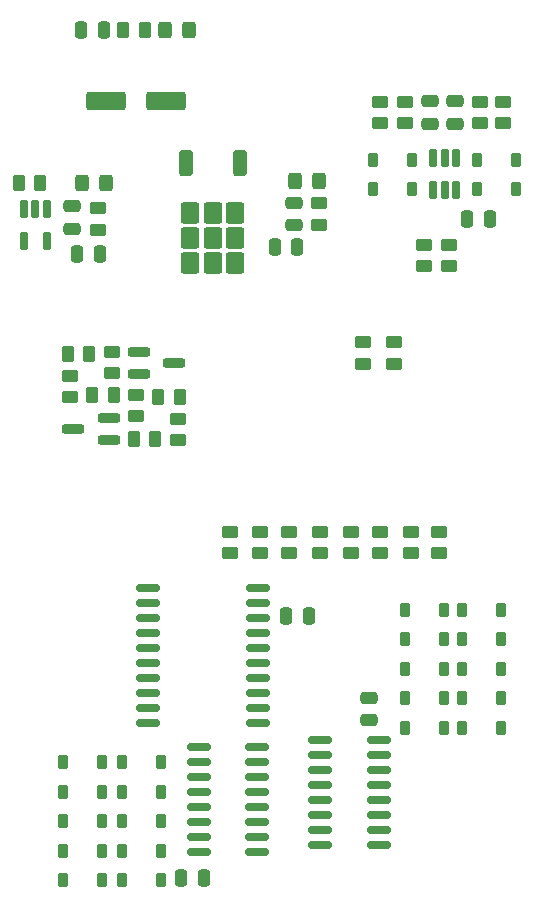
<source format=gbr>
%TF.GenerationSoftware,KiCad,Pcbnew,9.0.5*%
%TF.CreationDate,2025-11-03T04:05:24-05:00*%
%TF.ProjectId,FinishControllerBoard_v1,46696e69-7368-4436-9f6e-74726f6c6c65,rev?*%
%TF.SameCoordinates,Original*%
%TF.FileFunction,Paste,Top*%
%TF.FilePolarity,Positive*%
%FSLAX46Y46*%
G04 Gerber Fmt 4.6, Leading zero omitted, Abs format (unit mm)*
G04 Created by KiCad (PCBNEW 9.0.5) date 2025-11-03 04:05:24*
%MOMM*%
%LPD*%
G01*
G04 APERTURE LIST*
G04 Aperture macros list*
%AMRoundRect*
0 Rectangle with rounded corners*
0 $1 Rounding radius*
0 $2 $3 $4 $5 $6 $7 $8 $9 X,Y pos of 4 corners*
0 Add a 4 corners polygon primitive as box body*
4,1,4,$2,$3,$4,$5,$6,$7,$8,$9,$2,$3,0*
0 Add four circle primitives for the rounded corners*
1,1,$1+$1,$2,$3*
1,1,$1+$1,$4,$5*
1,1,$1+$1,$6,$7*
1,1,$1+$1,$8,$9*
0 Add four rect primitives between the rounded corners*
20,1,$1+$1,$2,$3,$4,$5,0*
20,1,$1+$1,$4,$5,$6,$7,0*
20,1,$1+$1,$6,$7,$8,$9,0*
20,1,$1+$1,$8,$9,$2,$3,0*%
G04 Aperture macros list end*
%ADD10RoundRect,0.250000X0.450000X-0.262500X0.450000X0.262500X-0.450000X0.262500X-0.450000X-0.262500X0*%
%ADD11RoundRect,0.225000X-0.225000X-0.375000X0.225000X-0.375000X0.225000X0.375000X-0.225000X0.375000X0*%
%ADD12RoundRect,0.250000X-0.325000X-0.450000X0.325000X-0.450000X0.325000X0.450000X-0.325000X0.450000X0*%
%ADD13RoundRect,0.250000X-0.450000X0.262500X-0.450000X-0.262500X0.450000X-0.262500X0.450000X0.262500X0*%
%ADD14RoundRect,0.250000X0.475000X-0.250000X0.475000X0.250000X-0.475000X0.250000X-0.475000X-0.250000X0*%
%ADD15RoundRect,0.250000X0.262500X0.450000X-0.262500X0.450000X-0.262500X-0.450000X0.262500X-0.450000X0*%
%ADD16RoundRect,0.162500X-0.162500X0.617500X-0.162500X-0.617500X0.162500X-0.617500X0.162500X0.617500X0*%
%ADD17RoundRect,0.200000X-0.750000X-0.200000X0.750000X-0.200000X0.750000X0.200000X-0.750000X0.200000X0*%
%ADD18RoundRect,0.225000X0.225000X0.375000X-0.225000X0.375000X-0.225000X-0.375000X0.225000X-0.375000X0*%
%ADD19RoundRect,0.250000X-0.250000X-0.475000X0.250000X-0.475000X0.250000X0.475000X-0.250000X0.475000X0*%
%ADD20RoundRect,0.250000X0.250000X0.475000X-0.250000X0.475000X-0.250000X-0.475000X0.250000X-0.475000X0*%
%ADD21RoundRect,0.200000X0.750000X0.200000X-0.750000X0.200000X-0.750000X-0.200000X0.750000X-0.200000X0*%
%ADD22RoundRect,0.250000X-0.262500X-0.450000X0.262500X-0.450000X0.262500X0.450000X-0.262500X0.450000X0*%
%ADD23RoundRect,0.150000X-0.825000X-0.150000X0.825000X-0.150000X0.825000X0.150000X-0.825000X0.150000X0*%
%ADD24RoundRect,0.250000X-1.412500X-0.550000X1.412500X-0.550000X1.412500X0.550000X-1.412500X0.550000X0*%
%ADD25RoundRect,0.266667X-0.533333X0.633333X-0.533333X-0.633333X0.533333X-0.633333X0.533333X0.633333X0*%
%ADD26RoundRect,0.250000X-0.350000X0.850000X-0.350000X-0.850000X0.350000X-0.850000X0.350000X0.850000X0*%
%ADD27RoundRect,0.250000X0.325000X0.450000X-0.325000X0.450000X-0.325000X-0.450000X0.325000X-0.450000X0*%
%ADD28RoundRect,0.150000X-0.875000X-0.150000X0.875000X-0.150000X0.875000X0.150000X-0.875000X0.150000X0*%
%ADD29RoundRect,0.150000X0.825000X0.150000X-0.825000X0.150000X-0.825000X-0.150000X0.825000X-0.150000X0*%
G04 APERTURE END LIST*
D10*
%TO.C,R8*%
X216800000Y-15325000D03*
X216800000Y-13500000D03*
%TD*%
%TO.C,R24*%
X206500000Y-15325000D03*
X206500000Y-13500000D03*
%TD*%
D11*
%TO.C,D9*%
X216250000Y-22600000D03*
X219550000Y-22600000D03*
%TD*%
D10*
%TO.C,R19*%
X211700000Y-15325000D03*
X211700000Y-13500000D03*
%TD*%
%TO.C,R18*%
X214200000Y-15325000D03*
X214200000Y-13500000D03*
%TD*%
D12*
%TO.C,D15*%
X206975000Y16212500D03*
X209025000Y16212500D03*
%TD*%
D11*
%TO.C,D1*%
X222400000Y18000000D03*
X225700000Y18000000D03*
%TD*%
D10*
%TO.C,R22*%
X197040000Y-5762500D03*
X197040000Y-3937500D03*
%TD*%
D12*
%TO.C,D16*%
X188900000Y16000000D03*
X190950000Y16000000D03*
%TD*%
D13*
%TO.C,R2*%
X224600000Y22912500D03*
X224600000Y21087500D03*
%TD*%
%TO.C,R4*%
X216300000Y22912500D03*
X216300000Y21087500D03*
%TD*%
D14*
%TO.C,C5*%
X188125000Y12150000D03*
X188125000Y14050000D03*
%TD*%
D15*
%TO.C,R21*%
X195152500Y-5600000D03*
X193327500Y-5600000D03*
%TD*%
D16*
%TO.C,U3*%
X220600000Y18150000D03*
X219650000Y18150000D03*
X218700000Y18150000D03*
X218700000Y15450000D03*
X219650000Y15450000D03*
X220600000Y15450000D03*
%TD*%
D11*
%TO.C,D10*%
X221150000Y-22600000D03*
X224450000Y-22600000D03*
%TD*%
D17*
%TO.C,Q1*%
X193740000Y1737500D03*
X193740000Y-162500D03*
X196740000Y787500D03*
%TD*%
D18*
%TO.C,D12*%
X190650000Y-40500000D03*
X187350000Y-40500000D03*
%TD*%
D13*
%TO.C,R1*%
X222600000Y22912500D03*
X222600000Y21087500D03*
%TD*%
D18*
%TO.C,D11*%
X195650000Y-40500000D03*
X192350000Y-40500000D03*
%TD*%
D15*
%TO.C,R16*%
X197202500Y-2100000D03*
X195377500Y-2100000D03*
%TD*%
D11*
%TO.C,D6*%
X221150000Y-20100000D03*
X224450000Y-20100000D03*
%TD*%
%TO.C,D4*%
X213600000Y15500000D03*
X216900000Y15500000D03*
%TD*%
D10*
%TO.C,R12*%
X217900000Y9000000D03*
X217900000Y10825000D03*
%TD*%
D13*
%TO.C,R11*%
X191440000Y1762500D03*
X191440000Y-62500D03*
%TD*%
%TO.C,R5*%
X215340000Y2562500D03*
X215340000Y737500D03*
%TD*%
D16*
%TO.C,U7*%
X185950000Y13850000D03*
X185000000Y13850000D03*
X184050000Y13850000D03*
X184050000Y11150000D03*
X185950000Y11150000D03*
%TD*%
D14*
%TO.C,C11*%
X206900000Y12462500D03*
X206900000Y14362500D03*
%TD*%
D15*
%TO.C,R17*%
X189552500Y1550000D03*
X187727500Y1550000D03*
%TD*%
D19*
%TO.C,C3*%
X206250000Y-20600000D03*
X208150000Y-20600000D03*
%TD*%
D13*
%TO.C,R10*%
X190325000Y13912500D03*
X190325000Y12087500D03*
%TD*%
D20*
%TO.C,C4*%
X223450000Y13000000D03*
X221550000Y13000000D03*
%TD*%
D11*
%TO.C,D41*%
X216250000Y-30100000D03*
X219550000Y-30100000D03*
%TD*%
D14*
%TO.C,C2*%
X218400000Y21050000D03*
X218400000Y22950000D03*
%TD*%
D10*
%TO.C,R14*%
X193490000Y-3712500D03*
X193490000Y-1887500D03*
%TD*%
D18*
%TO.C,D7*%
X195650000Y-43000000D03*
X192350000Y-43000000D03*
%TD*%
D10*
%TO.C,R26*%
X201500000Y-15312500D03*
X201500000Y-13487500D03*
%TD*%
D18*
%TO.C,D36*%
X190650000Y-38000000D03*
X187350000Y-38000000D03*
%TD*%
D14*
%TO.C,C1*%
X220500000Y21050000D03*
X220500000Y22950000D03*
%TD*%
D21*
%TO.C,Q2*%
X191190000Y-5737500D03*
X191190000Y-3837500D03*
X188190000Y-4787500D03*
%TD*%
D18*
%TO.C,D3*%
X216900000Y18000000D03*
X213600000Y18000000D03*
%TD*%
%TO.C,D2*%
X225700000Y15500000D03*
X222400000Y15500000D03*
%TD*%
D20*
%TO.C,C12*%
X207150000Y10612500D03*
X205250000Y10612500D03*
%TD*%
D14*
%TO.C,C13*%
X213200000Y-29450000D03*
X213200000Y-27550000D03*
%TD*%
D22*
%TO.C,R28*%
X183587500Y16000000D03*
X185412500Y16000000D03*
%TD*%
D20*
%TO.C,C10*%
X190787500Y29000000D03*
X188887500Y29000000D03*
%TD*%
D18*
%TO.C,D8*%
X190650000Y-43000000D03*
X187350000Y-43000000D03*
%TD*%
D11*
%TO.C,D42*%
X221150000Y-30100000D03*
X224450000Y-30100000D03*
%TD*%
D18*
%TO.C,D39*%
X195650000Y-35500000D03*
X192350000Y-35500000D03*
%TD*%
%TO.C,D40*%
X190650000Y-35500000D03*
X187350000Y-35500000D03*
%TD*%
D11*
%TO.C,D38*%
X221150000Y-27600000D03*
X224450000Y-27600000D03*
%TD*%
D23*
%TO.C,U2*%
X209125000Y-31155000D03*
X209125000Y-32425000D03*
X209125000Y-33695000D03*
X209125000Y-34965000D03*
X209125000Y-36235000D03*
X209125000Y-37505000D03*
X209125000Y-38775000D03*
X209125000Y-40045000D03*
X214075000Y-40045000D03*
X214075000Y-38775000D03*
X214075000Y-37505000D03*
X214075000Y-36235000D03*
X214075000Y-34965000D03*
X214075000Y-33695000D03*
X214075000Y-32425000D03*
X214075000Y-31155000D03*
%TD*%
D11*
%TO.C,D5*%
X216250000Y-20100000D03*
X219550000Y-20100000D03*
%TD*%
D24*
%TO.C,C9*%
X190962500Y23000000D03*
X196037500Y23000000D03*
%TD*%
D10*
%TO.C,R25*%
X204000000Y-15325000D03*
X204000000Y-13500000D03*
%TD*%
D25*
%TO.C,U4*%
X201900000Y13500000D03*
X200000000Y13500000D03*
X198100000Y13500000D03*
X201900000Y11400000D03*
X200000000Y11400000D03*
X198100000Y11400000D03*
X201900000Y9300000D03*
X200000000Y9300000D03*
X198100000Y9300000D03*
D26*
X202280000Y17700000D03*
X197720000Y17700000D03*
%TD*%
D10*
%TO.C,R20*%
X187940000Y-2112500D03*
X187940000Y-287500D03*
%TD*%
D11*
%TO.C,D13*%
X216250000Y-25100000D03*
X219550000Y-25100000D03*
%TD*%
D10*
%TO.C,R23*%
X209100000Y-15325000D03*
X209100000Y-13500000D03*
%TD*%
D19*
%TO.C,C14*%
X197350000Y-42800000D03*
X199250000Y-42800000D03*
%TD*%
D27*
%TO.C,D17*%
X198000000Y29000000D03*
X195950000Y29000000D03*
%TD*%
D13*
%TO.C,R6*%
X212740000Y2562500D03*
X212740000Y737500D03*
%TD*%
D18*
%TO.C,D44*%
X190650000Y-33000000D03*
X187350000Y-33000000D03*
%TD*%
D19*
%TO.C,C6*%
X188550000Y10000000D03*
X190450000Y10000000D03*
%TD*%
D13*
%TO.C,R3*%
X214200000Y22912500D03*
X214200000Y21087500D03*
%TD*%
D10*
%TO.C,R13*%
X220000000Y9000000D03*
X220000000Y10825000D03*
%TD*%
D11*
%TO.C,D37*%
X216250000Y-27600000D03*
X219550000Y-27600000D03*
%TD*%
D22*
%TO.C,R15*%
X189827500Y-1900000D03*
X191652500Y-1900000D03*
%TD*%
D18*
%TO.C,D35*%
X195650000Y-38000000D03*
X192350000Y-38000000D03*
%TD*%
D13*
%TO.C,R27*%
X209000000Y14325000D03*
X209000000Y12500000D03*
%TD*%
D28*
%TO.C,U5*%
X194550000Y-18285000D03*
X194550000Y-19555000D03*
X194550000Y-20825000D03*
X194550000Y-22095000D03*
X194550000Y-23365000D03*
X194550000Y-24635000D03*
X194550000Y-25905000D03*
X194550000Y-27175000D03*
X194550000Y-28445000D03*
X194550000Y-29715000D03*
X203850000Y-29715000D03*
X203850000Y-28445000D03*
X203850000Y-27175000D03*
X203850000Y-25905000D03*
X203850000Y-24635000D03*
X203850000Y-23365000D03*
X203850000Y-22095000D03*
X203850000Y-20825000D03*
X203850000Y-19555000D03*
X203850000Y-18285000D03*
%TD*%
D15*
%TO.C,R9*%
X194250000Y29000000D03*
X192425000Y29000000D03*
%TD*%
D29*
%TO.C,U1*%
X203775000Y-40645000D03*
X203775000Y-39375000D03*
X203775000Y-38105000D03*
X203775000Y-36835000D03*
X203775000Y-35565000D03*
X203775000Y-34295000D03*
X203775000Y-33025000D03*
X203775000Y-31755000D03*
X198825000Y-31755000D03*
X198825000Y-33025000D03*
X198825000Y-34295000D03*
X198825000Y-35565000D03*
X198825000Y-36835000D03*
X198825000Y-38105000D03*
X198825000Y-39375000D03*
X198825000Y-40645000D03*
%TD*%
D10*
%TO.C,R7*%
X219200000Y-15325000D03*
X219200000Y-13500000D03*
%TD*%
D18*
%TO.C,D43*%
X195650000Y-33000000D03*
X192350000Y-33000000D03*
%TD*%
D11*
%TO.C,D14*%
X221150000Y-25100000D03*
X224450000Y-25100000D03*
%TD*%
M02*

</source>
